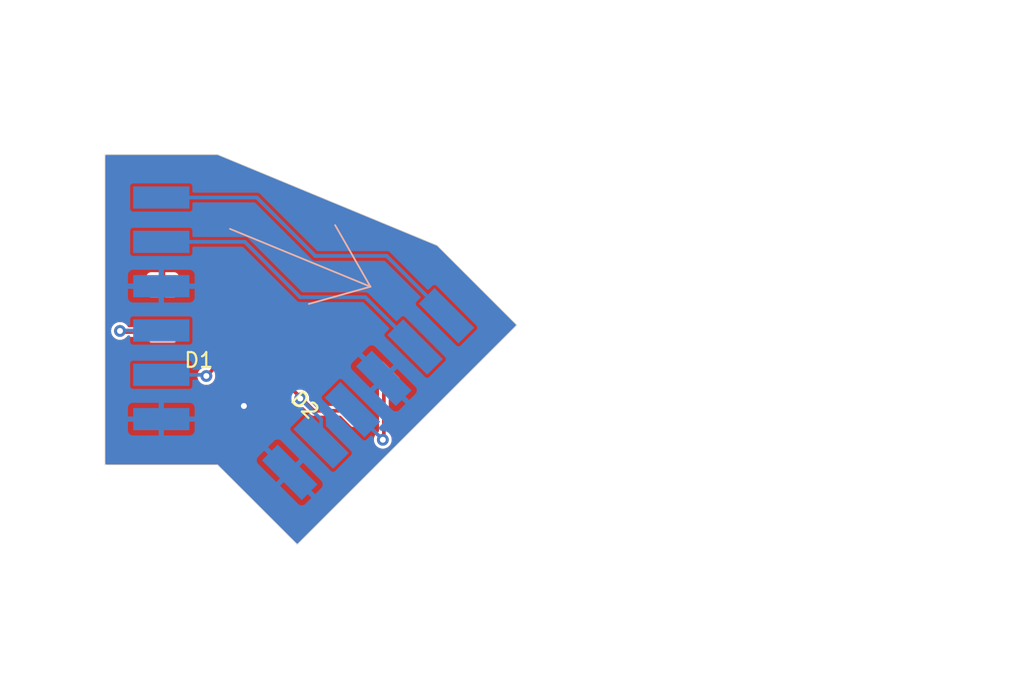
<source format=kicad_pcb>
(kicad_pcb (version 20211014) (generator pcbnew)
  (layers (0 "F.Cu" signal) (31 "B.Cu" signal) (34 "B.Paste" user) (35 "F.Paste" user) (36 "B.SilkS" user "B.Silkscreen") (37 "F.SilkS" user "F.Silkscreen") (38 "B.Mask" user) (39 "F.Mask" user) (44 "Edge.Cuts" user))
  (net 0 "")
  (net 1 "+5V")
  (net 2 "GND")
  (net 3 "Net-(CN1-Pad2)")
  (net 4 "Net-(CN2-Pad3)")
  (net 5 "Net-(D1-Pad2)")
  (net 6 "Net-(CN1-Pad1)")
  (net 7 "Net-(CN1-Pad4)")
  (footprint "LED_SMD:LED_WS2812B_PLCC4_5.0x5.0mm_P3.2mm" (layer "F.Cu") (at 128.778 107.95 180)
    (fp_text reference "D1" (at 0 -3.5) (layer "F.SilkS"))
    (fp_text value "WS2812B")
    (pad "1" smd rect (at -2.45 -1.6 180) (size 1.5 1) (layers "F.Cu" "F.Paste" "F.Mask") (net 1 "+5V"))
    (pad "2" smd rect (at -2.45 1.6 180) (size 1.5 1) (layers "F.Cu" "F.Paste" "F.Mask") (net 5 "Net-(D1-Pad2)"))
    (pad "3" smd rect (at 2.45 1.6 180) (size 1.5 1) (layers "F.Cu" "F.Paste" "F.Mask") (net 2 "GND"))
    (pad "4" smd rect (at 2.45 -1.6 180) (size 1.5 1) (layers "F.Cu" "F.Paste" "F.Mask") (net 4 "Net-(CN2-Pad3)"))
  )
  (footprint "LED_SMD:LED_WS2812B_PLCC4_5.0x5.0mm_P3.2mm" (layer "F.Cu") (at 138.43 112.014 135)
    (fp_text reference "D2" (at 0 -3.5 135) (layer "F.SilkS"))
    (fp_text value "WS2812B")
    (pad "1" smd rect (at -2.45 -1.6 135) (size 1.5 1) (layers "F.Cu" "F.Paste" "F.Mask") (net 1 "+5V"))
    (pad "2" smd rect (at -2.45 1.6 135) (size 1.5 1) (layers "F.Cu" "F.Paste" "F.Mask") (net 7 "Net-(CN1-Pad4)"))
    (pad "3" smd rect (at 2.45 1.6 135) (size 1.5 1) (layers "F.Cu" "F.Paste" "F.Mask") (net 2 "GND"))
    (pad "4" smd rect (at 2.45 -1.6 135) (size 1.5 1) (layers "F.Cu" "F.Paste" "F.Mask") (net 5 "Net-(D1-Pad2)"))
  )
  (footprint "Adafruit NeoPixel 8 Stick:1X4-SMT" (layer "B.Cu") (at 126.873 107.442 90)
    (fp_text reference "CN2" hide)
    (fp_text value "1X4SMT" hide)
    (pad "1" smd rect (at -8 -0.635 90) (size 1.5 3.8) (layers "B.Cu" "B.Paste" "B.Mask") (net 2 "GND"))
    (pad "2" smd rect (at -5 -0.635 90) (size 1.5 3.8) (layers "B.Cu" "B.Paste" "B.Mask") (net 1 "+5V"))
    (pad "3" smd rect (at -2 -0.635 90) (size 1.5 3.8) (layers "B.Cu" "B.Paste" "B.Mask") (net 4 "Net-(CN2-Pad3)"))
    (pad "4" smd rect (at 1 -0.635 90) (size 1.5 3.8) (layers "B.Cu" "B.Paste" "B.Mask") (net 2 "GND"))
    (pad "5" smd rect (at 4 -0.635 90) (size 1.5 3.8) (layers "B.Cu" "B.Paste" "B.Mask") (net 3 "Net-(CN1-Pad2)"))
    (pad "6" smd rect (at 7 -0.635 90) (size 1.5 3.8) (layers "B.Cu" "B.Paste" "B.Mask") (net 6 "Net-(CN1-Pad1)"))
  )
  (footprint "Adafruit NeoPixel 8 Stick:1X4-SMT" (layer "B.Cu") (at 139.424949 113.649188 -135)
    (fp_text reference "CN1" hide)
    (fp_text value "1X4SMT" hide)
    (pad "1" smd rect (at -8 -0.635 225) (size 1.5 3.8) (layers "B.Cu" "B.Paste" "B.Mask") (net 6 "Net-(CN1-Pad1)"))
    (pad "2" smd rect (at -5 -0.635 225) (size 1.5 3.8) (layers "B.Cu" "B.Paste" "B.Mask") (net 3 "Net-(CN1-Pad2)"))
    (pad "3" smd rect (at -2 -0.635 225) (size 1.5 3.8) (layers "B.Cu" "B.Paste" "B.Mask") (net 2 "GND"))
    (pad "4" smd rect (at 1 -0.635 225) (size 1.5 3.8) (layers "B.Cu" "B.Paste" "B.Mask") (net 7 "Net-(CN1-Pad4)"))
    (pad "5" smd rect (at 4 -0.635 225) (size 1.5 3.8) (layers "B.Cu" "B.Paste" "B.Mask") (net 1 "+5V"))
    (pad "6" smd rect (at 7 -0.635 225) (size 1.5 3.8) (layers "B.Cu" "B.Paste" "B.Mask") (net 2 "GND"))
  )
  (gr_line (start 140.38651 106.47751) (end 137.99749 102.31049) (layer "B.SilkS") (width 0.12))
  (gr_line (start 140.38651 106.47751) (end 136.21949 107.64449) (layer "B.SilkS") (width 0.12))
  (gr_line (start 130.88549 102.56449) (end 140.38651 106.47751) (layer "B.SilkS") (width 0.12))
  (gr_line locked (start 130.048004 118.536) (end 135.436159 123.924156) (layer "Edge.Cuts") (width 0.05))
  (gr_line (start 122.428 118.536) (end 130.048004 118.536) (layer "Edge.Cuts") (width 0.05))
  (gr_line (start 150.285402 109.074914) (end 135.436159 123.924156) (layer "Edge.Cuts") (width 0.05))
  (gr_line (start 122.428 97.536) (end 122.428 118.536) (layer "Edge.Cuts") (width 0.05))
  (gr_line (start 144.897247 103.686759) (end 150.285402 109.074914) (layer "Edge.Cuts") (width 0.05))
  (gr_line (start 130.048 97.536) (end 144.897247 103.686759) (layer "Edge.Cuts") (width 0.05))
  (gr_line (start 122.428 97.536) (end 130.048 97.536) (layer "Edge.Cuts") (width 0.05))
  (segment (start 131.228 109.55) (end 136.555782 114.877782) (width 0.25) (layer "F.Cu") (net 1))
  (segment (start 129.286 112.522) (end 131.228 110.58) (width 0.25) (layer "F.Cu") (net 1))
  (segment (start 131.228 110.58) (end 131.228 109.55) (width 0.25) (layer "F.Cu") (net 1))
  (segment (start 136.555782 114.877782) (end 139.031041 114.877782) (width 0.25) (layer "F.Cu") (net 1))
  (via (at 129.286 112.522) (size 0.8) (drill 0.4) (layers "F.Cu" "B.Cu") (net 1))
  (via (at 135.636 114.046) (size 0.8) (drill 0.4) (layers "F.Cu" "B.Cu") (net 1))
  (segment (start 137.045535 115.455535) (end 137.045535 116.926628) (width 0.25) (layer "B.Cu") (net 1))
  (segment (start 126.238 112.442) (end 129.206 112.442) (width 0.25) (layer "B.Cu") (net 1))
  (segment (start 129.206 112.442) (end 129.286 112.522) (width 0.25) (layer "B.Cu") (net 1))
  (segment (start 135.636 114.046) (end 137.045535 115.455535) (width 0.25) (layer "B.Cu") (net 1))
  (via (at 131.826 114.554) (size 0.8) (drill 0.4) (layers "F.Cu" "B.Cu") (net 2))
  (segment (start 135.636 107.188) (end 140.034829 107.188) (width 0.25) (layer "B.Cu") (net 3))
  (segment (start 140.034829 107.188) (end 143.409496 110.562667) (width 0.25) (layer "B.Cu") (net 3))
  (segment (start 131.89 103.442) (end 135.636 107.188) (width 0.25) (layer "B.Cu") (net 3))
  (segment (start 126.238 103.442) (end 131.89 103.442) (width 0.25) (layer "B.Cu") (net 3))
  (segment (start 123.444 109.474) (end 123.52 109.55) (width 0.25) (layer "F.Cu") (net 4))
  (segment (start 123.52 109.55) (end 126.328 109.55) (width 0.25) (layer "F.Cu") (net 4))
  (via (at 123.444 109.474) (size 0.8) (drill 0.4) (layers "F.Cu" "B.Cu") (net 4))
  (segment (start 123.476 109.442) (end 126.238 109.442) (width 0.25) (layer "B.Cu") (net 4))
  (segment (start 123.444 109.474) (end 123.476 109.442) (width 0.25) (layer "B.Cu") (net 4))
  (segment (start 131.228 106.35) (end 131.228 107.074741) (width 0.25) (layer "F.Cu") (net 5))
  (segment (start 131.228 107.074741) (end 135.566218 111.412959) (width 0.25) (layer "F.Cu") (net 5))
  (segment (start 126.238 100.442) (end 132.7 100.442) (width 0.25) (layer "B.Cu") (net 6))
  (segment (start 141.483469 104.394) (end 145.530816 108.441347) (width 0.25) (layer "B.Cu") (net 6))
  (segment (start 136.652 104.394) (end 141.483469 104.394) (width 0.25) (layer "B.Cu") (net 6))
  (segment (start 132.7 100.442) (end 136.652 104.394) (width 0.25) (layer "B.Cu") (net 6))
  (segment (start 141.293782 112.615041) (end 141.293782 116.770218) (width 0.25) (layer "F.Cu") (net 7))
  (segment (start 141.293782 116.770218) (end 141.224 116.84) (width 0.25) (layer "F.Cu") (net 7))
  (via (at 141.224 116.84) (size 0.8) (drill 0.4) (layers "F.Cu" "B.Cu") (net 7))
  (segment (start 139.166855 114.805308) (end 139.189308 114.805308) (width 0.25) (layer "B.Cu") (net 7))
  (segment (start 139.189308 114.805308) (end 141.224 116.84) (width 0.25) (layer "B.Cu") (net 7))
  (zone (net 2) (net_name "GND") (layers F&B.Cu) (priority 6) (connect_pads (clearance 0.000001)) (min_thickness 0.1524) (fill yes (thermal_gap 0.3548) (thermal_bridge_width 0.3548))
    (polygon (pts (xy 184.5945 133.096) (xy 115.3287 133.096) (xy 115.3287 87.0712) (xy 184.5945 87.0712)))
  )
)
</source>
